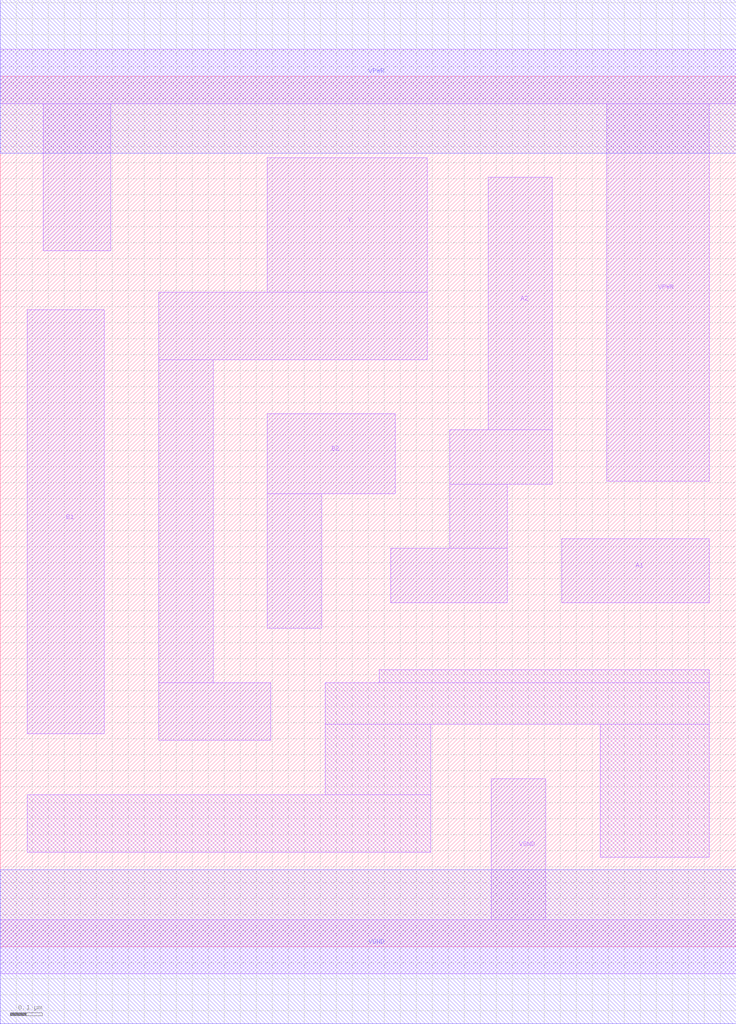
<source format=lef>
# Copyright 2020 The SkyWater PDK Authors
#
# Licensed under the Apache License, Version 2.0 (the "License");
# you may not use this file except in compliance with the License.
# You may obtain a copy of the License at
#
#     https://www.apache.org/licenses/LICENSE-2.0
#
# Unless required by applicable law or agreed to in writing, software
# distributed under the License is distributed on an "AS IS" BASIS,
# WITHOUT WARRANTIES OR CONDITIONS OF ANY KIND, either express or implied.
# See the License for the specific language governing permissions and
# limitations under the License.
#
# SPDX-License-Identifier: Apache-2.0

VERSION 5.5 ;
NAMESCASESENSITIVE ON ;
BUSBITCHARS "[]" ;
DIVIDERCHAR "/" ;
MACRO sky130_fd_sc_hd__o22ai_1
  CLASS CORE ;
  SOURCE USER ;
  ORIGIN  0.000000  0.000000 ;
  SIZE  2.300000 BY  2.720000 ;
  SYMMETRY X Y R90 ;
  SITE unithd ;
  PIN A1
    ANTENNAGATEAREA  0.247500 ;
    DIRECTION INPUT ;
    USE SIGNAL ;
    PORT
      LAYER li1 ;
        RECT 1.755000 1.075000 2.215000 1.275000 ;
    END
  END A1
  PIN A2
    ANTENNAGATEAREA  0.247500 ;
    DIRECTION INPUT ;
    USE SIGNAL ;
    PORT
      LAYER li1 ;
        RECT 1.220000 1.075000 1.585000 1.245000 ;
        RECT 1.405000 1.245000 1.585000 1.445000 ;
        RECT 1.405000 1.445000 1.725000 1.615000 ;
        RECT 1.525000 1.615000 1.725000 2.405000 ;
    END
  END A2
  PIN B1
    ANTENNAGATEAREA  0.247500 ;
    DIRECTION INPUT ;
    USE SIGNAL ;
    PORT
      LAYER li1 ;
        RECT 0.085000 0.665000 0.325000 1.990000 ;
    END
  END B1
  PIN B2
    ANTENNAGATEAREA  0.247500 ;
    DIRECTION INPUT ;
    USE SIGNAL ;
    PORT
      LAYER li1 ;
        RECT 0.835000 0.995000 1.005000 1.415000 ;
        RECT 0.835000 1.415000 1.235000 1.665000 ;
    END
  END B2
  PIN Y
    ANTENNADIFFAREA  0.650250 ;
    DIRECTION OUTPUT ;
    USE SIGNAL ;
    PORT
      LAYER li1 ;
        RECT 0.495000 0.645000 0.845000 0.825000 ;
        RECT 0.495000 0.825000 0.665000 1.835000 ;
        RECT 0.495000 1.835000 1.335000 2.045000 ;
        RECT 0.835000 2.045000 1.335000 2.465000 ;
    END
  END Y
  PIN VGND
    DIRECTION INOUT ;
    SHAPE ABUTMENT ;
    USE GROUND ;
    PORT
      LAYER li1 ;
        RECT 0.000000 -0.085000 2.300000 0.085000 ;
        RECT 1.535000  0.085000 1.705000 0.525000 ;
    END
    PORT
      LAYER met1 ;
        RECT 0.000000 -0.240000 2.300000 0.240000 ;
    END
  END VGND
  PIN VPWR
    DIRECTION INOUT ;
    SHAPE ABUTMENT ;
    USE POWER ;
    PORT
      LAYER li1 ;
        RECT 0.000000 2.635000 2.300000 2.805000 ;
        RECT 0.135000 2.175000 0.345000 2.635000 ;
        RECT 1.895000 1.455000 2.215000 2.635000 ;
    END
    PORT
      LAYER met1 ;
        RECT 0.000000 2.480000 2.300000 2.960000 ;
    END
  END VPWR
  OBS
    LAYER li1 ;
      RECT 0.085000 0.295000 1.345000 0.475000 ;
      RECT 1.015000 0.475000 1.345000 0.695000 ;
      RECT 1.015000 0.695000 2.215000 0.825000 ;
      RECT 1.185000 0.825000 2.215000 0.865000 ;
      RECT 1.875000 0.280000 2.215000 0.695000 ;
  END
END sky130_fd_sc_hd__o22ai_1

</source>
